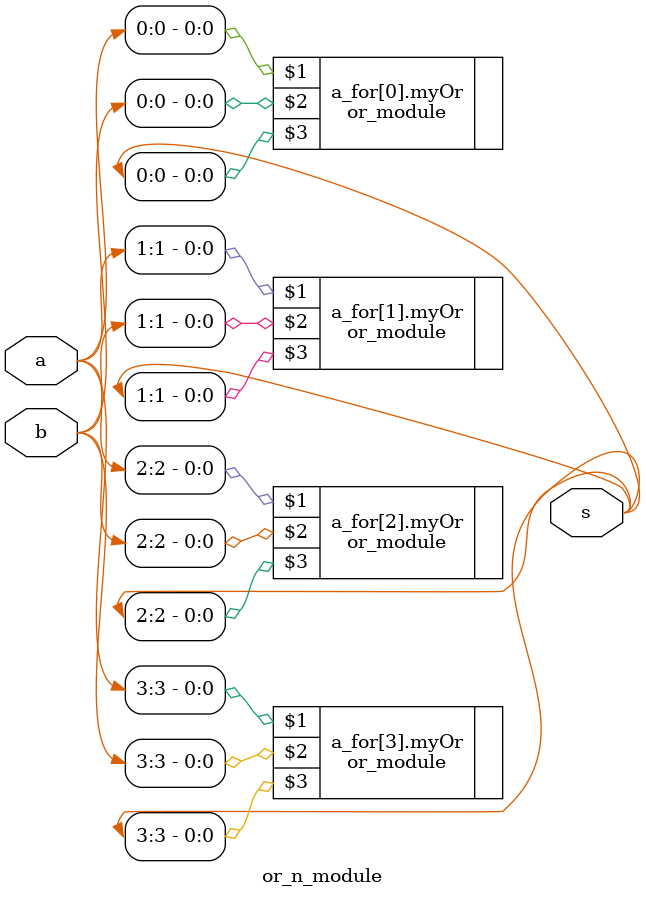
<source format=sv>

module or_n_module #(parameter N = 4)
						(input [N-1:0] a, b,
						 output [N-1:0] s);
	
	
	genvar i; //se crea una variable interna como contador

	generate
		//por cada bit se crea un or de 1 bit y se unen entre si
		for(i = 0; i < N; i = i + 1) begin: a_for
			or_module myOr(a[i], b[i], s[i]);
		end: a_for
	
	endgenerate
		
endmodule 
</source>
